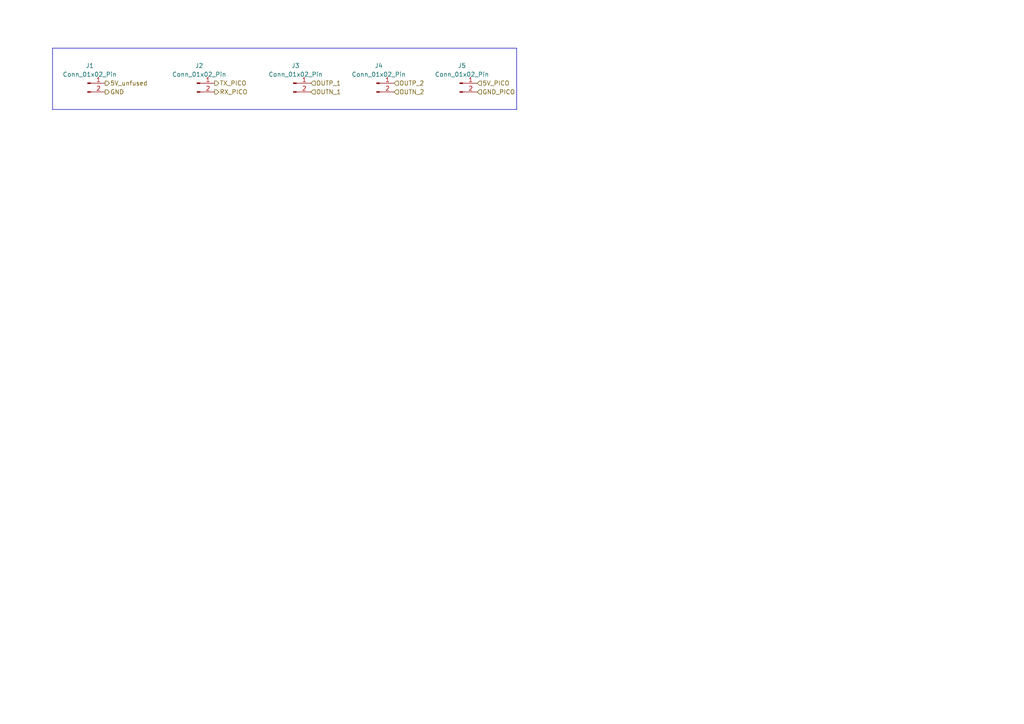
<source format=kicad_sch>
(kicad_sch (version 20250114) (generator "eeschema") (generator_version "9.0")
  (paper "A4")
  (lib_symbols
    (symbol "Connector:Conn_01x02_Pin" (pin_names (offset 1.016) (hide yes))
      (property "Reference" "J" (at 0 2.54 0))
      (property "Value" "Conn_01x02_Pin" (at 0 -5.08 0))
      (symbol "Conn_01x02_Pin_1_1"
        (rectangle (start 0.8636 0.127) (end 0 -0.127) (stroke (width 0.1524)) (fill (type outline)))
        (rectangle (start 0.8636 -2.413) (end 0 -2.667) (stroke (width 0.1524)) (fill (type outline)))
        (polyline (pts (xy 1.27 0) (xy 0.8636 0)) (stroke (width 0.1524)))
        (polyline (pts (xy 1.27 -2.54) (xy 0.8636 -2.54)) (stroke (width 0.1524)))
        (pin passive line (at 5.08 0 180) (length 3.81) (name "Pin_1") (number "1"))
        (pin passive line (at 5.08 -2.54 180) (length 3.81) (name "Pin_2") (number "2"))
      )
    )
  )
  (polyline (pts (xy 149.86 13.97) (xy 149.86 31.75)))
  (polyline (pts (xy 15.24 13.97) (xy 15.24 31.75)))
  (polyline (pts (xy 15.24 13.97) (xy 149.86 13.97)))
  (polyline (pts (xy 149.86 31.75) (xy 15.24 31.75)))
  (hierarchical_label "RX_PICO" (shape output) (at 62.23 26.67 0))
  (hierarchical_label "GND" (shape output) (at 30.48 26.67 0) (effects (font (thickness 0.1588))))
  (hierarchical_label "OUTN_2" (shape input) (at 114.3 26.67 0))
  (hierarchical_label "5V_unfused" (shape output) (at 30.48 24.13 0) (effects (font (thickness 0.1588))))
  (hierarchical_label "OUTN_1" (shape input) (at 90.17 26.67 0))
  (hierarchical_label "OUTP_1" (shape input) (at 90.17 24.13 0))
  (hierarchical_label "5V_PICO" (shape input) (at 138.43 24.13 0))
  (hierarchical_label "GND_PICO" (shape input) (at 138.43 26.67 0) (effects (font (thickness 0.1588))))
  (hierarchical_label "TX_PICO" (shape output) (at 62.23 24.13 0))
  (hierarchical_label "OUTP_2" (shape input) (at 114.3 24.13 0))
  (symbol (lib_id "Connector:Conn_01x02_Pin") (at 25.4 24.13 0) (unit 1)
    (property "Reference" "J1" (at 26.035 19.05 0))
    (property "Value" "Conn_01x02_Pin" (at 26.035 21.59 0))
    (property "Footprint" "Connector_JST:JST_EH_B2B-EH-A_1x02_P2.50mm_Vertical" (effects (hide yes)))
    (property "Description" "Generic connector, single row, 01x02, script generated" (effects (hide yes)))
    (property "JLCPCB #" "C160262" (effects (hide yes)))
    (property "Mouser #" "306-B2B-EH-A-GUP" (effects (hide yes)))
    (property "Mouser Link" "https://www.mouser.com/ProductDetail/JST-Commercial/B2B-EH-A-GU?qs=cIziFXvMxOVbN2zmpYIt5A%3D%3D&srsltid=AfmBOoqjT3AJqmuw6yDMpvDoG3xBSOajkXGrYvEWjtYwtS_OyVflT4NR" (effects (hide yes)))
    (property "Mouser Part Number" "306-B2B-EH-A-GUP" (effects (hide yes)))
  )
  (symbol (lib_id "Connector:Conn_01x02_Pin") (at 85.09 24.13 0) (unit 1)
    (property "Reference" "J3" (at 85.725 19.05 0))
    (property "Value" "Conn_01x02_Pin" (at 85.725 21.59 0))
    (property "Footprint" "Connector_JST:JST_EH_B2B-EH-A_1x02_P2.50mm_Vertical" (effects (hide yes)))
    (property "Description" "Generic connector, single row, 01x02, script generated" (effects (hide yes)))
    (property "JLCPCB #" "C160262" (effects (hide yes)))
    (property "Mouser #" "306-B2B-EH-A-GUP" (effects (hide yes)))
    (property "Mouser Link" "https://www.mouser.com/ProductDetail/JST-Commercial/B2B-EH-A-GU?qs=cIziFXvMxOVbN2zmpYIt5A%3D%3D&srsltid=AfmBOoqjT3AJqmuw6yDMpvDoG3xBSOajkXGrYvEWjtYwtS_OyVflT4NR" (effects (hide yes)))
    (property "Mouser Part Number" "306-B2B-EH-A-GUP" (effects (hide yes)))
  )
  (symbol (lib_id "Connector:Conn_01x02_Pin") (at 109.22 24.13 0) (unit 1)
    (property "Reference" "J4" (at 109.855 19.05 0))
    (property "Value" "Conn_01x02_Pin" (at 109.855 21.59 0))
    (property "Footprint" "Connector_JST:JST_EH_B2B-EH-A_1x02_P2.50mm_Vertical" (effects (hide yes)))
    (property "Description" "Generic connector, single row, 01x02, script generated" (effects (hide yes)))
    (property "JLCPCB #" "C160262" (effects (hide yes)))
    (property "Mouser #" "306-B2B-EH-A-GUP" (effects (hide yes)))
    (property "Mouser Link" "https://www.mouser.com/ProductDetail/JST-Commercial/B2B-EH-A-GU?qs=cIziFXvMxOVbN2zmpYIt5A%3D%3D&srsltid=AfmBOoqjT3AJqmuw6yDMpvDoG3xBSOajkXGrYvEWjtYwtS_OyVflT4NR" (effects (hide yes)))
    (property "Mouser Part Number" "306-B2B-EH-A-GUP" (effects (hide yes)))
  )
  (symbol (lib_id "Connector:Conn_01x02_Pin") (at 133.35 24.13 0) (unit 1)
    (property "Reference" "J5" (at 133.985 19.05 0))
    (property "Value" "Conn_01x02_Pin" (at 133.985 21.59 0))
    (property "Footprint" "Connector_JST:JST_EH_B2B-EH-A_1x02_P2.50mm_Vertical" (effects (hide yes)))
    (property "Description" "Generic connector, single row, 01x02, script generated" (effects (hide yes)))
    (property "JLCPCB #" "C160262" (effects (hide yes)))
    (property "Mouser #" "306-B2B-EH-A-GUP" (effects (hide yes)))
    (property "Mouser Link" "https://www.mouser.com/ProductDetail/JST-Commercial/B2B-EH-A-GU?qs=cIziFXvMxOVbN2zmpYIt5A%3D%3D&srsltid=AfmBOoqjT3AJqmuw6yDMpvDoG3xBSOajkXGrYvEWjtYwtS_OyVflT4NR" (effects (hide yes)))
    (property "Mouser Part Number" "306-B2B-EH-A-GUP" (effects (hide yes)))
  )
  (symbol (lib_id "Connector:Conn_01x02_Pin") (at 57.15 24.13 0) (unit 1)
    (property "Reference" "J2" (at 57.785 19.05 0))
    (property "Value" "Conn_01x02_Pin" (at 57.785 21.59 0))
    (property "Footprint" "Connector_JST:JST_EH_B2B-EH-A_1x02_P2.50mm_Vertical" (effects (hide yes)))
    (property "Description" "Generic connector, single row, 01x02, script generated" (effects (hide yes)))
    (property "JLCPCB #" "C160262" (effects (hide yes)))
    (property "Mouser #" "306-B2B-EH-A-GUP" (effects (hide yes)))
    (property "Mouser Link" "https://www.mouser.com/ProductDetail/JST-Commercial/B2B-EH-A-GU?qs=cIziFXvMxOVbN2zmpYIt5A%3D%3D&srsltid=AfmBOoqjT3AJqmuw6yDMpvDoG3xBSOajkXGrYvEWjtYwtS_OyVflT4NR" (effects (hide yes)))
    (property "Mouser Part Number" "306-B2B-EH-A-GUP" (effects (hide yes)))
  )
)
</source>
